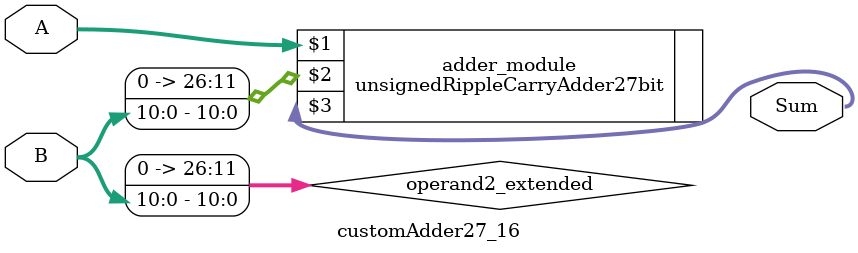
<source format=v>

module customAdder27_16(
                    input [26 : 0] A,
                    input [10 : 0] B,
                    
                    output [27 : 0] Sum
            );

    wire [26 : 0] operand2_extended;
    
    assign operand2_extended =  {16'b0, B};
    
    unsignedRippleCarryAdder27bit adder_module(
        A,
        operand2_extended,
        Sum
    );
    
endmodule
        
</source>
